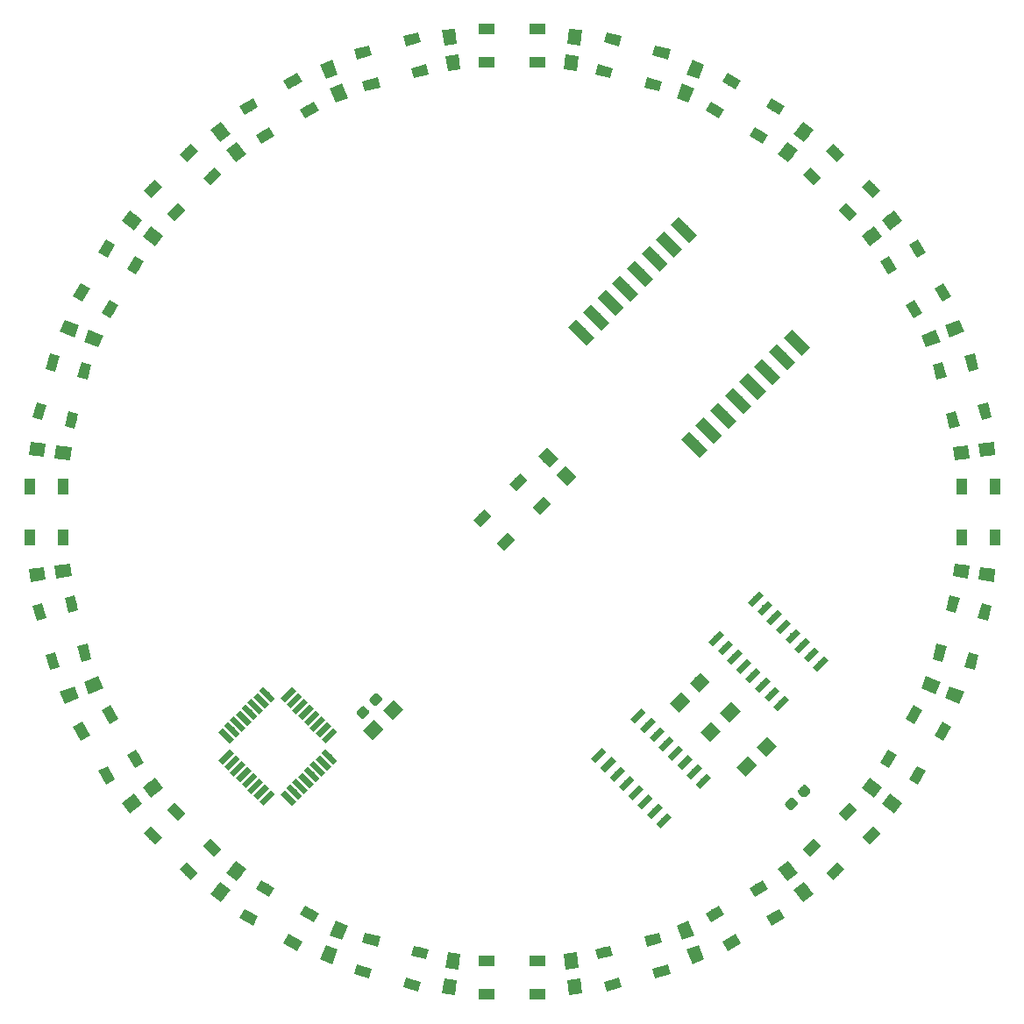
<source format=gtp>
G04 #@! TF.GenerationSoftware,KiCad,Pcbnew,(5.0.0)*
G04 #@! TF.CreationDate,2018-09-13T19:48:45+02:00*
G04 #@! TF.ProjectId,noname.kicad_pcb_45_grader,6E6F6E616D652E6B696361645F706362,rev?*
G04 #@! TF.SameCoordinates,PX5f5e100PY8f0d180*
G04 #@! TF.FileFunction,Paste,Top*
G04 #@! TF.FilePolarity,Positive*
%FSLAX46Y46*%
G04 Gerber Fmt 4.6, Leading zero omitted, Abs format (unit mm)*
G04 Created by KiCad (PCBNEW (5.0.0)) date 09/13/18 19:48:45*
%MOMM*%
%LPD*%
G01*
G04 APERTURE LIST*
%ADD10C,1.250000*%
%ADD11C,0.100000*%
%ADD12R,1.000000X1.500000*%
%ADD13R,1.500000X1.000000*%
%ADD14C,1.000000*%
%ADD15C,0.950000*%
%ADD16C,0.600000*%
%ADD17C,1.100000*%
%ADD18C,1.300000*%
%ADD19C,0.550000*%
G04 APERTURE END LIST*
D10*
G04 #@! TO.C,C16*
X79853312Y87236957D03*
D11*
G36*
X79892587Y86261466D02*
X78900895Y87022418D01*
X79814037Y88212448D01*
X80805729Y87451496D01*
X79892587Y86261466D01*
X79892587Y86261466D01*
G37*
D10*
X78331408Y85253573D03*
D11*
G36*
X78370683Y84278082D02*
X77378991Y85039034D01*
X78292133Y86229064D01*
X79283825Y85468112D01*
X78370683Y84278082D01*
X78370683Y84278082D01*
G37*
G04 #@! TD*
D10*
G04 #@! TO.C,C14*
X57734932Y96398689D03*
D11*
G36*
X58256690Y95573526D02*
X57017384Y95736684D01*
X57213174Y97223852D01*
X58452480Y97060694D01*
X58256690Y95573526D01*
X58256690Y95573526D01*
G37*
D10*
X57408616Y93920077D03*
D11*
G36*
X57930374Y93094914D02*
X56691068Y93258072D01*
X56886858Y94745240D01*
X58126164Y94582082D01*
X57930374Y93094914D01*
X57930374Y93094914D01*
G37*
G04 #@! TD*
D10*
G04 #@! TO.C,C32*
X5843773Y56581201D03*
D11*
G36*
X6668936Y57102959D02*
X6505778Y55863653D01*
X5018610Y56059443D01*
X5181768Y57298749D01*
X6668936Y57102959D01*
X6668936Y57102959D01*
G37*
D10*
X8322385Y56254885D03*
D11*
G36*
X9147548Y56776643D02*
X8984390Y55537337D01*
X7497222Y55733127D01*
X7660380Y56972433D01*
X9147548Y56776643D01*
X9147548Y56776643D01*
G37*
G04 #@! TD*
D10*
G04 #@! TO.C,C13*
X45661259Y96398689D03*
D11*
G36*
X46378807Y95736684D02*
X45139501Y95573526D01*
X44943711Y97060694D01*
X46183017Y97223852D01*
X46378807Y95736684D01*
X46378807Y95736684D01*
G37*
D10*
X45987575Y93920077D03*
D11*
G36*
X46705123Y93258072D02*
X45465817Y93094914D01*
X45270027Y94582082D01*
X46509333Y94745240D01*
X46705123Y93258072D01*
X46705123Y93258072D01*
G37*
G04 #@! TD*
D10*
G04 #@! TO.C,C35*
X23542880Y87236956D03*
D11*
G36*
X24495297Y87022417D02*
X23503605Y86261465D01*
X22590463Y87451495D01*
X23582155Y88212447D01*
X24495297Y87022417D01*
X24495297Y87022417D01*
G37*
D10*
X25064784Y85253572D03*
D11*
G36*
X26017201Y85039033D02*
X25025509Y84278081D01*
X24112367Y85468111D01*
X25104059Y86229063D01*
X26017201Y85039033D01*
X26017201Y85039033D01*
G37*
G04 #@! TD*
D10*
G04 #@! TO.C,C26*
X45661261Y4690041D03*
D11*
G36*
X45139503Y5515204D02*
X46378809Y5352046D01*
X46183019Y3864878D01*
X44943713Y4028036D01*
X45139503Y5515204D01*
X45139503Y5515204D01*
G37*
D10*
X45987577Y7168653D03*
D11*
G36*
X45465819Y7993816D02*
X46705125Y7830658D01*
X46509335Y6343490D01*
X45270029Y6506648D01*
X45465819Y7993816D01*
X45465819Y7993816D01*
G37*
G04 #@! TD*
D10*
G04 #@! TO.C,C23*
X79853313Y13851774D03*
D11*
G36*
X78900896Y14066313D02*
X79892588Y14827265D01*
X80805730Y13637235D01*
X79814038Y12876283D01*
X78900896Y14066313D01*
X78900896Y14066313D01*
G37*
D10*
X78331409Y15835158D03*
D11*
G36*
X77378992Y16049697D02*
X78370684Y16810649D01*
X79283826Y15620619D01*
X78292134Y14859667D01*
X77378992Y16049697D01*
X77378992Y16049697D01*
G37*
G04 #@! TD*
D10*
G04 #@! TO.C,C12*
X33998988Y93273792D03*
D11*
G36*
X34863425Y92820059D02*
X33708576Y92341705D01*
X33134551Y93727525D01*
X34289400Y94205879D01*
X34863425Y92820059D01*
X34863425Y92820059D01*
G37*
D10*
X34955696Y90964094D03*
D11*
G36*
X35820133Y90510361D02*
X34665284Y90032007D01*
X34091259Y91417827D01*
X35246108Y91896181D01*
X35820133Y90510361D01*
X35820133Y90510361D01*
G37*
G04 #@! TD*
D10*
G04 #@! TO.C,C34*
X15005505Y78699581D03*
D11*
G36*
X15980996Y78738856D02*
X15220044Y77747164D01*
X14030014Y78660306D01*
X14790966Y79651998D01*
X15980996Y78738856D01*
X15980996Y78738856D01*
G37*
D10*
X16988889Y77177677D03*
D11*
G36*
X17964380Y77216952D02*
X17203428Y76225260D01*
X16013398Y77138402D01*
X16774350Y78130094D01*
X17964380Y77216952D01*
X17964380Y77216952D01*
G37*
G04 #@! TD*
D10*
G04 #@! TO.C,C33*
X8968669Y68243472D03*
D11*
G36*
X9900756Y68533884D02*
X9422402Y67379035D01*
X8036582Y67953060D01*
X8514936Y69107909D01*
X9900756Y68533884D01*
X9900756Y68533884D01*
G37*
D10*
X11278367Y67286764D03*
D11*
G36*
X12210454Y67577176D02*
X11732100Y66422327D01*
X10346280Y66996352D01*
X10824634Y68151201D01*
X12210454Y67577176D01*
X12210454Y67577176D01*
G37*
G04 #@! TD*
D10*
G04 #@! TO.C,C27*
X33998989Y7814937D03*
D11*
G36*
X33708577Y8747024D02*
X34863426Y8268670D01*
X34289401Y6882850D01*
X33134552Y7361204D01*
X33708577Y8747024D01*
X33708577Y8747024D01*
G37*
D10*
X34955697Y10124635D03*
D11*
G36*
X34665285Y11056722D02*
X35820134Y10578368D01*
X35246109Y9192548D01*
X34091260Y9670902D01*
X34665285Y11056722D01*
X34665285Y11056722D01*
G37*
G04 #@! TD*
D10*
G04 #@! TO.C,C29*
X15005505Y22389149D03*
D11*
G36*
X15220044Y23341566D02*
X15980996Y22349874D01*
X14790966Y21436732D01*
X14030014Y22428424D01*
X15220044Y23341566D01*
X15220044Y23341566D01*
G37*
D10*
X16988889Y23911053D03*
D11*
G36*
X17203428Y24863470D02*
X17964380Y23871778D01*
X16774350Y22958636D01*
X16013398Y23950328D01*
X17203428Y24863470D01*
X17203428Y24863470D01*
G37*
G04 #@! TD*
D10*
G04 #@! TO.C,C24*
X69397205Y7814938D03*
D11*
G36*
X68532768Y8268671D02*
X69687617Y8747025D01*
X70261642Y7361205D01*
X69106793Y6882851D01*
X68532768Y8268671D01*
X68532768Y8268671D01*
G37*
D10*
X68440497Y10124636D03*
D11*
G36*
X67576060Y10578369D02*
X68730909Y11056723D01*
X69304934Y9670903D01*
X68150085Y9192549D01*
X67576060Y10578369D01*
X67576060Y10578369D01*
G37*
G04 #@! TD*
D10*
G04 #@! TO.C,C28*
X23542881Y13851773D03*
D11*
G36*
X23503606Y14827264D02*
X24495298Y14066312D01*
X23582156Y12876282D01*
X22590464Y13637234D01*
X23503606Y14827264D01*
X23503606Y14827264D01*
G37*
D10*
X25064785Y15835157D03*
D11*
G36*
X25025510Y16810648D02*
X26017202Y16049696D01*
X25104060Y14859666D01*
X24112368Y15620618D01*
X25025510Y16810648D01*
X25025510Y16810648D01*
G37*
G04 #@! TD*
D10*
G04 #@! TO.C,C15*
X69397204Y93273793D03*
D11*
G36*
X69687616Y92341706D02*
X68532767Y92820060D01*
X69106792Y94205880D01*
X70261641Y93727526D01*
X69687616Y92341706D01*
X69687616Y92341706D01*
G37*
D10*
X68440496Y90964095D03*
D11*
G36*
X68730908Y90032008D02*
X67576059Y90510362D01*
X68150084Y91896182D01*
X69304933Y91417828D01*
X68730908Y90032008D01*
X68730908Y90032008D01*
G37*
G04 #@! TD*
D10*
G04 #@! TO.C,C30*
X8968670Y32845257D03*
D11*
G36*
X9422403Y33709694D02*
X9900757Y32554845D01*
X8514937Y31980820D01*
X8036583Y33135669D01*
X9422403Y33709694D01*
X9422403Y33709694D01*
G37*
D10*
X11278368Y33801965D03*
D11*
G36*
X11732101Y34666402D02*
X12210455Y33511553D01*
X10824635Y32937528D01*
X10346281Y34092377D01*
X11732101Y34666402D01*
X11732101Y34666402D01*
G37*
G04 #@! TD*
D10*
G04 #@! TO.C,C25*
X57734934Y4690041D03*
D11*
G36*
X57017386Y5352046D02*
X58256692Y5515204D01*
X58452482Y4028036D01*
X57213176Y3864878D01*
X57017386Y5352046D01*
X57017386Y5352046D01*
G37*
D10*
X57408618Y7168653D03*
D11*
G36*
X56691070Y7830658D02*
X57930376Y7993816D01*
X58126166Y6506648D01*
X56886860Y6343490D01*
X56691070Y7830658D01*
X56691070Y7830658D01*
G37*
G04 #@! TD*
D10*
G04 #@! TO.C,C31*
X5843773Y44507528D03*
D11*
G36*
X6505778Y45225076D02*
X6668936Y43985770D01*
X5181768Y43789980D01*
X5018610Y45029286D01*
X6505778Y45225076D01*
X6505778Y45225076D01*
G37*
D10*
X8322385Y44833844D03*
D11*
G36*
X8984390Y45551392D02*
X9147548Y44312086D01*
X7660380Y44116296D01*
X7497222Y45355602D01*
X8984390Y45551392D01*
X8984390Y45551392D01*
G37*
G04 #@! TD*
D12*
G04 #@! TO.C,D21*
X8298097Y52994365D03*
X5098097Y52994365D03*
X8298097Y48094365D03*
X5098097Y48094365D03*
G04 #@! TD*
D13*
G04 #@! TO.C,D3*
X54148097Y93944365D03*
X54148097Y97144365D03*
X49248097Y93944365D03*
X49248097Y97144365D03*
G04 #@! TD*
D14*
G04 #@! TO.C,D25*
X48834315Y49943324D03*
D11*
G36*
X48657538Y49059441D02*
X47950432Y49766547D01*
X49011092Y50827207D01*
X49718198Y50120101D01*
X48657538Y49059441D01*
X48657538Y49059441D01*
G37*
D14*
X51097056Y47680583D03*
D11*
G36*
X50920279Y46796700D02*
X50213173Y47503806D01*
X51273833Y48564466D01*
X51980939Y47857360D01*
X50920279Y46796700D01*
X50920279Y46796700D01*
G37*
D14*
X52299138Y53408147D03*
D11*
G36*
X52122361Y52524264D02*
X51415255Y53231370D01*
X52475915Y54292030D01*
X53183021Y53584924D01*
X52122361Y52524264D01*
X52122361Y52524264D01*
G37*
D14*
X54561879Y51145406D03*
D11*
G36*
X54385102Y50261523D02*
X53677996Y50968629D01*
X54738656Y52029289D01*
X55445762Y51322183D01*
X54385102Y50261523D01*
X54385102Y50261523D01*
G37*
G04 #@! TD*
D14*
G04 #@! TO.C,D24*
X22742073Y82965211D03*
D11*
G36*
X22918850Y83849094D02*
X23625956Y83141988D01*
X22565296Y82081328D01*
X21858190Y82788434D01*
X22918850Y83849094D01*
X22918850Y83849094D01*
G37*
D14*
X20479332Y85227952D03*
D11*
G36*
X20656109Y86111835D02*
X21363215Y85404729D01*
X20302555Y84344069D01*
X19595449Y85051175D01*
X20656109Y86111835D01*
X20656109Y86111835D01*
G37*
D14*
X19277250Y79500388D03*
D11*
G36*
X19454027Y80384271D02*
X20161133Y79677165D01*
X19100473Y78616505D01*
X18393367Y79323611D01*
X19454027Y80384271D01*
X19454027Y80384271D01*
G37*
D14*
X17014509Y81763129D03*
D11*
G36*
X17191286Y82647012D02*
X17898392Y81939906D01*
X16837732Y80879246D01*
X16130626Y81586352D01*
X17191286Y82647012D01*
X17191286Y82647012D01*
G37*
G04 #@! TD*
D10*
G04 #@! TO.C,C21*
X94427524Y32845258D03*
D11*
G36*
X93495437Y32554846D02*
X93973791Y33709695D01*
X95359611Y33135670D01*
X94881257Y31980821D01*
X93495437Y32554846D01*
X93495437Y32554846D01*
G37*
D10*
X92117826Y33801966D03*
D11*
G36*
X91185739Y33511554D02*
X91664093Y34666403D01*
X93049913Y34092378D01*
X92571559Y32937529D01*
X91185739Y33511554D01*
X91185739Y33511554D01*
G37*
G04 #@! TD*
D14*
G04 #@! TO.C,D2*
X42831869Y93099652D03*
D11*
G36*
X43426904Y93776729D02*
X43685723Y92810803D01*
X42236834Y92422575D01*
X41978015Y93388501D01*
X43426904Y93776729D01*
X43426904Y93776729D01*
G37*
D14*
X42003648Y96190615D03*
D11*
G36*
X42598683Y96867692D02*
X42857502Y95901766D01*
X41408613Y95513538D01*
X41149794Y96479464D01*
X42598683Y96867692D01*
X42598683Y96867692D01*
G37*
D14*
X38098832Y91831439D03*
D11*
G36*
X38693867Y92508516D02*
X38952686Y91542590D01*
X37503797Y91154362D01*
X37244978Y92120288D01*
X38693867Y92508516D01*
X38693867Y92508516D01*
G37*
D14*
X37270611Y94922402D03*
D11*
G36*
X37865646Y95599479D02*
X38124465Y94633553D01*
X36675576Y94245325D01*
X36416757Y95211251D01*
X37865646Y95599479D01*
X37865646Y95599479D01*
G37*
G04 #@! TD*
D14*
G04 #@! TO.C,D1*
X32119859Y89354867D03*
D11*
G36*
X32519378Y90162880D02*
X33019378Y89296854D01*
X31720340Y88546854D01*
X31220340Y89412880D01*
X32519378Y90162880D01*
X32519378Y90162880D01*
G37*
D14*
X30519859Y92126149D03*
D11*
G36*
X30919378Y92934162D02*
X31419378Y92068136D01*
X30120340Y91318136D01*
X29620340Y92184162D01*
X30919378Y92934162D01*
X30919378Y92934162D01*
G37*
D14*
X27876335Y86904867D03*
D11*
G36*
X28275854Y87712880D02*
X28775854Y86846854D01*
X27476816Y86096854D01*
X26976816Y86962880D01*
X28275854Y87712880D01*
X28275854Y87712880D01*
G37*
D14*
X26276335Y89676149D03*
D11*
G36*
X26675854Y90484162D02*
X27175854Y89618136D01*
X25876816Y88868136D01*
X25376816Y89734162D01*
X26675854Y90484162D01*
X26675854Y90484162D01*
G37*
G04 #@! TD*
D14*
G04 #@! TO.C,D4*
X65297361Y91831439D03*
D11*
G36*
X66151215Y92120288D02*
X65892396Y91154362D01*
X64443507Y91542590D01*
X64702326Y92508516D01*
X66151215Y92120288D01*
X66151215Y92120288D01*
G37*
D14*
X66125582Y94922402D03*
D11*
G36*
X66979436Y95211251D02*
X66720617Y94245325D01*
X65271728Y94633553D01*
X65530547Y95599479D01*
X66979436Y95211251D01*
X66979436Y95211251D01*
G37*
D14*
X60564324Y93099652D03*
D11*
G36*
X61418178Y93388501D02*
X61159359Y92422575D01*
X59710470Y92810803D01*
X59969289Y93776729D01*
X61418178Y93388501D01*
X61418178Y93388501D01*
G37*
D14*
X61392545Y96190615D03*
D11*
G36*
X62246399Y96479464D02*
X61987580Y95513538D01*
X60538691Y95901766D01*
X60797510Y96867692D01*
X62246399Y96479464D01*
X62246399Y96479464D01*
G37*
G04 #@! TD*
D10*
G04 #@! TO.C,C20*
X97552420Y44507529D03*
D11*
G36*
X96727257Y43985771D02*
X96890415Y45225077D01*
X98377583Y45029287D01*
X98214425Y43789981D01*
X96727257Y43985771D01*
X96727257Y43985771D01*
G37*
D10*
X95073808Y44833845D03*
D11*
G36*
X94248645Y44312087D02*
X94411803Y45551393D01*
X95898971Y45355603D01*
X95735813Y44116297D01*
X94248645Y44312087D01*
X94248645Y44312087D01*
G37*
G04 #@! TD*
D14*
G04 #@! TO.C,D19*
X12887595Y30966127D03*
D11*
G36*
X12079582Y31365646D02*
X12945608Y31865646D01*
X13695608Y30566608D01*
X12829582Y30066608D01*
X12079582Y31365646D01*
X12079582Y31365646D01*
G37*
D14*
X10116313Y29366127D03*
D11*
G36*
X9308300Y29765646D02*
X10174326Y30265646D01*
X10924326Y28966608D01*
X10058300Y28466608D01*
X9308300Y29765646D01*
X9308300Y29765646D01*
G37*
D14*
X15337595Y26722603D03*
D11*
G36*
X14529582Y27122122D02*
X15395608Y27622122D01*
X16145608Y26323084D01*
X15279582Y25823084D01*
X14529582Y27122122D01*
X14529582Y27122122D01*
G37*
D14*
X12566313Y25122603D03*
D11*
G36*
X11758300Y25522122D02*
X12624326Y26022122D01*
X13374326Y24723084D01*
X12508300Y24223084D01*
X11758300Y25522122D01*
X11758300Y25522122D01*
G37*
G04 #@! TD*
D14*
G04 #@! TO.C,D22*
X10411022Y64143630D03*
D11*
G36*
X10122173Y64997484D02*
X11088099Y64738665D01*
X10699871Y63289776D01*
X9733945Y63548595D01*
X10122173Y64997484D01*
X10122173Y64997484D01*
G37*
D14*
X7320059Y64971851D03*
D11*
G36*
X7031210Y65825705D02*
X7997136Y65566886D01*
X7608908Y64117997D01*
X6642982Y64376816D01*
X7031210Y65825705D01*
X7031210Y65825705D01*
G37*
D14*
X9142809Y59410593D03*
D11*
G36*
X8853960Y60264447D02*
X9819886Y60005628D01*
X9431658Y58556739D01*
X8465732Y58815558D01*
X8853960Y60264447D01*
X8853960Y60264447D01*
G37*
D14*
X6051846Y60238814D03*
D11*
G36*
X5762997Y61092668D02*
X6728923Y60833849D01*
X6340695Y59384960D01*
X5374769Y59643779D01*
X5762997Y61092668D01*
X5762997Y61092668D01*
G37*
G04 #@! TD*
D10*
G04 #@! TO.C,C19*
X97552420Y56581202D03*
D11*
G36*
X96890415Y55863654D02*
X96727257Y57102960D01*
X98214425Y57298750D01*
X98377583Y56059444D01*
X96890415Y55863654D01*
X96890415Y55863654D01*
G37*
D10*
X95073808Y56254886D03*
D11*
G36*
X94411803Y55537338D02*
X94248645Y56776644D01*
X95735813Y56972434D01*
X95898971Y55733128D01*
X94411803Y55537338D01*
X94411803Y55537338D01*
G37*
G04 #@! TD*
D10*
G04 #@! TO.C,C22*
X88390689Y22389150D03*
D11*
G36*
X87415198Y22349875D02*
X88176150Y23341567D01*
X89366180Y22428425D01*
X88605228Y21436733D01*
X87415198Y22349875D01*
X87415198Y22349875D01*
G37*
D10*
X86407305Y23911054D03*
D11*
G36*
X85431814Y23871779D02*
X86192766Y24863471D01*
X87382796Y23950329D01*
X86621844Y22958637D01*
X85431814Y23871779D01*
X85431814Y23871779D01*
G37*
G04 #@! TD*
D10*
G04 #@! TO.C,C18*
X94427523Y68243473D03*
D11*
G36*
X93973790Y67379036D02*
X93495436Y68533885D01*
X94881256Y69107910D01*
X95359610Y67953061D01*
X93973790Y67379036D01*
X93973790Y67379036D01*
G37*
D10*
X92117825Y67286765D03*
D11*
G36*
X91664092Y66422328D02*
X91185738Y67577177D01*
X92571558Y68151202D01*
X93049912Y66996353D01*
X91664092Y66422328D01*
X91664092Y66422328D01*
G37*
G04 #@! TD*
D14*
G04 #@! TO.C,D5*
X75519858Y86904867D03*
D11*
G36*
X76419377Y86962880D02*
X75919377Y86096854D01*
X74620339Y86846854D01*
X75120339Y87712880D01*
X76419377Y86962880D01*
X76419377Y86962880D01*
G37*
D14*
X77119858Y89676149D03*
D11*
G36*
X78019377Y89734162D02*
X77519377Y88868136D01*
X76220339Y89618136D01*
X76720339Y90484162D01*
X78019377Y89734162D01*
X78019377Y89734162D01*
G37*
D14*
X71276334Y89354867D03*
D11*
G36*
X72175853Y89412880D02*
X71675853Y88546854D01*
X70376815Y89296854D01*
X70876815Y90162880D01*
X72175853Y89412880D01*
X72175853Y89412880D01*
G37*
D14*
X72876334Y92126149D03*
D11*
G36*
X73775853Y92184162D02*
X73275853Y91318136D01*
X71976815Y92068136D01*
X72476815Y92934162D01*
X73775853Y92184162D01*
X73775853Y92184162D01*
G37*
G04 #@! TD*
D14*
G04 #@! TO.C,D20*
X9142809Y41678137D03*
D11*
G36*
X8465732Y42273172D02*
X9431658Y42531991D01*
X9819886Y41083102D01*
X8853960Y40824283D01*
X8465732Y42273172D01*
X8465732Y42273172D01*
G37*
D14*
X6051846Y40849916D03*
D11*
G36*
X5374769Y41444951D02*
X6340695Y41703770D01*
X6728923Y40254881D01*
X5762997Y39996062D01*
X5374769Y41444951D01*
X5374769Y41444951D01*
G37*
D14*
X10411022Y36945100D03*
D11*
G36*
X9733945Y37540135D02*
X10699871Y37798954D01*
X11088099Y36350065D01*
X10122173Y36091246D01*
X9733945Y37540135D01*
X9733945Y37540135D01*
G37*
D14*
X7320059Y36116879D03*
D11*
G36*
X6642982Y36711914D02*
X7608908Y36970733D01*
X7997136Y35521844D01*
X7031210Y35263025D01*
X6642982Y36711914D01*
X6642982Y36711914D01*
G37*
G04 #@! TD*
D14*
G04 #@! TO.C,D6*
X84118943Y79500388D03*
D11*
G36*
X85002826Y79323611D02*
X84295720Y78616505D01*
X83235060Y79677165D01*
X83942166Y80384271D01*
X85002826Y79323611D01*
X85002826Y79323611D01*
G37*
D14*
X86381684Y81763129D03*
D11*
G36*
X87265567Y81586352D02*
X86558461Y80879246D01*
X85497801Y81939906D01*
X86204907Y82647012D01*
X87265567Y81586352D01*
X87265567Y81586352D01*
G37*
D14*
X80654120Y82965211D03*
D11*
G36*
X81538003Y82788434D02*
X80830897Y82081328D01*
X79770237Y83141988D01*
X80477343Y83849094D01*
X81538003Y82788434D01*
X81538003Y82788434D01*
G37*
D14*
X82916861Y85227952D03*
D11*
G36*
X83800744Y85051175D02*
X83093638Y84344069D01*
X82032978Y85404729D01*
X82740084Y86111835D01*
X83800744Y85051175D01*
X83800744Y85051175D01*
G37*
G04 #@! TD*
D14*
G04 #@! TO.C,D23*
X15337595Y74366127D03*
D11*
G36*
X15279582Y75265646D02*
X16145608Y74765646D01*
X15395608Y73466608D01*
X14529582Y73966608D01*
X15279582Y75265646D01*
X15279582Y75265646D01*
G37*
D14*
X12566313Y75966127D03*
D11*
G36*
X12508300Y76865646D02*
X13374326Y76365646D01*
X12624326Y75066608D01*
X11758300Y75566608D01*
X12508300Y76865646D01*
X12508300Y76865646D01*
G37*
D14*
X12887595Y70122603D03*
D11*
G36*
X12829582Y71022122D02*
X13695608Y70522122D01*
X12945608Y69223084D01*
X12079582Y69723084D01*
X12829582Y71022122D01*
X12829582Y71022122D01*
G37*
D14*
X10116313Y71722603D03*
D11*
G36*
X10058300Y72622122D02*
X10924326Y72122122D01*
X10174326Y70823084D01*
X9308300Y71323084D01*
X10058300Y72622122D01*
X10058300Y72622122D01*
G37*
G04 #@! TD*
G04 #@! TO.C,D27*
G36*
X38586866Y33032340D02*
X38609921Y33028921D01*
X38632530Y33023257D01*
X38654474Y33015405D01*
X38675544Y33005440D01*
X38695535Y32993458D01*
X38714255Y32979574D01*
X38731525Y32963922D01*
X39067401Y32628046D01*
X39083053Y32610776D01*
X39096937Y32592056D01*
X39108919Y32572065D01*
X39118884Y32550995D01*
X39126736Y32529051D01*
X39132400Y32506442D01*
X39135819Y32483387D01*
X39136963Y32460108D01*
X39135819Y32436829D01*
X39132400Y32413774D01*
X39126736Y32391165D01*
X39118884Y32369221D01*
X39108919Y32348151D01*
X39096937Y32328160D01*
X39083053Y32309440D01*
X39067401Y32292170D01*
X38660815Y31885584D01*
X38643545Y31869932D01*
X38624825Y31856048D01*
X38604834Y31844066D01*
X38583764Y31834101D01*
X38561820Y31826249D01*
X38539211Y31820585D01*
X38516156Y31817166D01*
X38492877Y31816022D01*
X38469598Y31817166D01*
X38446543Y31820585D01*
X38423934Y31826249D01*
X38401990Y31834101D01*
X38380920Y31844066D01*
X38360929Y31856048D01*
X38342209Y31869932D01*
X38324939Y31885584D01*
X37989063Y32221460D01*
X37973411Y32238730D01*
X37959527Y32257450D01*
X37947545Y32277441D01*
X37937580Y32298511D01*
X37929728Y32320455D01*
X37924064Y32343064D01*
X37920645Y32366119D01*
X37919501Y32389398D01*
X37920645Y32412677D01*
X37924064Y32435732D01*
X37929728Y32458341D01*
X37937580Y32480285D01*
X37947545Y32501355D01*
X37959527Y32521346D01*
X37973411Y32540066D01*
X37989063Y32557336D01*
X38395649Y32963922D01*
X38412919Y32979574D01*
X38431639Y32993458D01*
X38451630Y33005440D01*
X38472700Y33015405D01*
X38494644Y33023257D01*
X38517253Y33028921D01*
X38540308Y33032340D01*
X38563587Y33033484D01*
X38586866Y33032340D01*
X38586866Y33032340D01*
G37*
D15*
X38528232Y32424753D03*
D11*
G36*
X37349430Y31794904D02*
X37372485Y31791485D01*
X37395094Y31785821D01*
X37417038Y31777969D01*
X37438108Y31768004D01*
X37458099Y31756022D01*
X37476819Y31742138D01*
X37494089Y31726486D01*
X37829965Y31390610D01*
X37845617Y31373340D01*
X37859501Y31354620D01*
X37871483Y31334629D01*
X37881448Y31313559D01*
X37889300Y31291615D01*
X37894964Y31269006D01*
X37898383Y31245951D01*
X37899527Y31222672D01*
X37898383Y31199393D01*
X37894964Y31176338D01*
X37889300Y31153729D01*
X37881448Y31131785D01*
X37871483Y31110715D01*
X37859501Y31090724D01*
X37845617Y31072004D01*
X37829965Y31054734D01*
X37423379Y30648148D01*
X37406109Y30632496D01*
X37387389Y30618612D01*
X37367398Y30606630D01*
X37346328Y30596665D01*
X37324384Y30588813D01*
X37301775Y30583149D01*
X37278720Y30579730D01*
X37255441Y30578586D01*
X37232162Y30579730D01*
X37209107Y30583149D01*
X37186498Y30588813D01*
X37164554Y30596665D01*
X37143484Y30606630D01*
X37123493Y30618612D01*
X37104773Y30632496D01*
X37087503Y30648148D01*
X36751627Y30984024D01*
X36735975Y31001294D01*
X36722091Y31020014D01*
X36710109Y31040005D01*
X36700144Y31061075D01*
X36692292Y31083019D01*
X36686628Y31105628D01*
X36683209Y31128683D01*
X36682065Y31151962D01*
X36683209Y31175241D01*
X36686628Y31198296D01*
X36692292Y31220905D01*
X36700144Y31242849D01*
X36710109Y31263919D01*
X36722091Y31283910D01*
X36735975Y31302630D01*
X36751627Y31319900D01*
X37158213Y31726486D01*
X37175483Y31742138D01*
X37194203Y31756022D01*
X37214194Y31768004D01*
X37235264Y31777969D01*
X37257208Y31785821D01*
X37279817Y31791485D01*
X37302872Y31794904D01*
X37326151Y31796048D01*
X37349430Y31794904D01*
X37349430Y31794904D01*
G37*
D15*
X37290796Y31187317D03*
G04 #@! TD*
D16*
G04 #@! TO.C,U3*
X60080847Y27029529D03*
D11*
G36*
X59762649Y26287067D02*
X59338385Y26711331D01*
X60399045Y27771991D01*
X60823309Y27347727D01*
X59762649Y26287067D01*
X59762649Y26287067D01*
G37*
D16*
X60978873Y26131504D03*
D11*
G36*
X60660675Y25389042D02*
X60236411Y25813306D01*
X61297071Y26873966D01*
X61721335Y26449702D01*
X60660675Y25389042D01*
X60660675Y25389042D01*
G37*
D16*
X61876898Y25233478D03*
D11*
G36*
X61558700Y24491016D02*
X61134436Y24915280D01*
X62195096Y25975940D01*
X62619360Y25551676D01*
X61558700Y24491016D01*
X61558700Y24491016D01*
G37*
D16*
X62774924Y24335452D03*
D11*
G36*
X62456726Y23592990D02*
X62032462Y24017254D01*
X63093122Y25077914D01*
X63517386Y24653650D01*
X62456726Y23592990D01*
X62456726Y23592990D01*
G37*
D16*
X63672949Y23437427D03*
D11*
G36*
X63354751Y22694965D02*
X62930487Y23119229D01*
X63991147Y24179889D01*
X64415411Y23755625D01*
X63354751Y22694965D01*
X63354751Y22694965D01*
G37*
D16*
X64570975Y22539401D03*
D11*
G36*
X64252777Y21796939D02*
X63828513Y22221203D01*
X64889173Y23281863D01*
X65313437Y22857599D01*
X64252777Y21796939D01*
X64252777Y21796939D01*
G37*
D16*
X65469001Y21641376D03*
D11*
G36*
X65150803Y20898914D02*
X64726539Y21323178D01*
X65787199Y22383838D01*
X66211463Y21959574D01*
X65150803Y20898914D01*
X65150803Y20898914D01*
G37*
D16*
X66367026Y20743350D03*
D11*
G36*
X66048828Y20000888D02*
X65624564Y20425152D01*
X66685224Y21485812D01*
X67109488Y21061548D01*
X66048828Y20000888D01*
X66048828Y20000888D01*
G37*
D16*
X70185403Y24561727D03*
D11*
G36*
X69867205Y23819265D02*
X69442941Y24243529D01*
X70503601Y25304189D01*
X70927865Y24879925D01*
X69867205Y23819265D01*
X69867205Y23819265D01*
G37*
D16*
X69287377Y25459752D03*
D11*
G36*
X68969179Y24717290D02*
X68544915Y25141554D01*
X69605575Y26202214D01*
X70029839Y25777950D01*
X68969179Y24717290D01*
X68969179Y24717290D01*
G37*
D16*
X68389352Y26357778D03*
D11*
G36*
X68071154Y25615316D02*
X67646890Y26039580D01*
X68707550Y27100240D01*
X69131814Y26675976D01*
X68071154Y25615316D01*
X68071154Y25615316D01*
G37*
D16*
X67491326Y27255804D03*
D11*
G36*
X67173128Y26513342D02*
X66748864Y26937606D01*
X67809524Y27998266D01*
X68233788Y27574002D01*
X67173128Y26513342D01*
X67173128Y26513342D01*
G37*
D16*
X66593301Y28153829D03*
D11*
G36*
X66275103Y27411367D02*
X65850839Y27835631D01*
X66911499Y28896291D01*
X67335763Y28472027D01*
X66275103Y27411367D01*
X66275103Y27411367D01*
G37*
D16*
X65695275Y29051855D03*
D11*
G36*
X65377077Y28309393D02*
X64952813Y28733657D01*
X66013473Y29794317D01*
X66437737Y29370053D01*
X65377077Y28309393D01*
X65377077Y28309393D01*
G37*
D16*
X64797249Y29949880D03*
D11*
G36*
X64479051Y29207418D02*
X64054787Y29631682D01*
X65115447Y30692342D01*
X65539711Y30268078D01*
X64479051Y29207418D01*
X64479051Y29207418D01*
G37*
D16*
X63899224Y30847906D03*
D11*
G36*
X63581026Y30105444D02*
X63156762Y30529708D01*
X64217422Y31590368D01*
X64641686Y31166104D01*
X63581026Y30105444D01*
X63581026Y30105444D01*
G37*
G04 #@! TD*
G04 #@! TO.C,D28*
G36*
X79952613Y24193506D02*
X79975668Y24190087D01*
X79998277Y24184423D01*
X80020221Y24176571D01*
X80041291Y24166606D01*
X80061282Y24154624D01*
X80080002Y24140740D01*
X80097272Y24125088D01*
X80433148Y23789212D01*
X80448800Y23771942D01*
X80462684Y23753222D01*
X80474666Y23733231D01*
X80484631Y23712161D01*
X80492483Y23690217D01*
X80498147Y23667608D01*
X80501566Y23644553D01*
X80502710Y23621274D01*
X80501566Y23597995D01*
X80498147Y23574940D01*
X80492483Y23552331D01*
X80484631Y23530387D01*
X80474666Y23509317D01*
X80462684Y23489326D01*
X80448800Y23470606D01*
X80433148Y23453336D01*
X80026562Y23046750D01*
X80009292Y23031098D01*
X79990572Y23017214D01*
X79970581Y23005232D01*
X79949511Y22995267D01*
X79927567Y22987415D01*
X79904958Y22981751D01*
X79881903Y22978332D01*
X79858624Y22977188D01*
X79835345Y22978332D01*
X79812290Y22981751D01*
X79789681Y22987415D01*
X79767737Y22995267D01*
X79746667Y23005232D01*
X79726676Y23017214D01*
X79707956Y23031098D01*
X79690686Y23046750D01*
X79354810Y23382626D01*
X79339158Y23399896D01*
X79325274Y23418616D01*
X79313292Y23438607D01*
X79303327Y23459677D01*
X79295475Y23481621D01*
X79289811Y23504230D01*
X79286392Y23527285D01*
X79285248Y23550564D01*
X79286392Y23573843D01*
X79289811Y23596898D01*
X79295475Y23619507D01*
X79303327Y23641451D01*
X79313292Y23662521D01*
X79325274Y23682512D01*
X79339158Y23701232D01*
X79354810Y23718502D01*
X79761396Y24125088D01*
X79778666Y24140740D01*
X79797386Y24154624D01*
X79817377Y24166606D01*
X79838447Y24176571D01*
X79860391Y24184423D01*
X79883000Y24190087D01*
X79906055Y24193506D01*
X79929334Y24194650D01*
X79952613Y24193506D01*
X79952613Y24193506D01*
G37*
D15*
X79893979Y23585919D03*
D11*
G36*
X78715177Y22956070D02*
X78738232Y22952651D01*
X78760841Y22946987D01*
X78782785Y22939135D01*
X78803855Y22929170D01*
X78823846Y22917188D01*
X78842566Y22903304D01*
X78859836Y22887652D01*
X79195712Y22551776D01*
X79211364Y22534506D01*
X79225248Y22515786D01*
X79237230Y22495795D01*
X79247195Y22474725D01*
X79255047Y22452781D01*
X79260711Y22430172D01*
X79264130Y22407117D01*
X79265274Y22383838D01*
X79264130Y22360559D01*
X79260711Y22337504D01*
X79255047Y22314895D01*
X79247195Y22292951D01*
X79237230Y22271881D01*
X79225248Y22251890D01*
X79211364Y22233170D01*
X79195712Y22215900D01*
X78789126Y21809314D01*
X78771856Y21793662D01*
X78753136Y21779778D01*
X78733145Y21767796D01*
X78712075Y21757831D01*
X78690131Y21749979D01*
X78667522Y21744315D01*
X78644467Y21740896D01*
X78621188Y21739752D01*
X78597909Y21740896D01*
X78574854Y21744315D01*
X78552245Y21749979D01*
X78530301Y21757831D01*
X78509231Y21767796D01*
X78489240Y21779778D01*
X78470520Y21793662D01*
X78453250Y21809314D01*
X78117374Y22145190D01*
X78101722Y22162460D01*
X78087838Y22181180D01*
X78075856Y22201171D01*
X78065891Y22222241D01*
X78058039Y22244185D01*
X78052375Y22266794D01*
X78048956Y22289849D01*
X78047812Y22313128D01*
X78048956Y22336407D01*
X78052375Y22359462D01*
X78058039Y22382071D01*
X78065891Y22404015D01*
X78075856Y22425085D01*
X78087838Y22445076D01*
X78101722Y22463796D01*
X78117374Y22481066D01*
X78523960Y22887652D01*
X78541230Y22903304D01*
X78559950Y22917188D01*
X78579941Y22929170D01*
X78601011Y22939135D01*
X78622955Y22946987D01*
X78645564Y22952651D01*
X78668619Y22956070D01*
X78691898Y22957214D01*
X78715177Y22956070D01*
X78715177Y22956070D01*
G37*
D15*
X78656543Y22348483D03*
G04 #@! TD*
D17*
G04 #@! TO.C,U1*
X68279750Y77803332D03*
D11*
G36*
X67006958Y78298307D02*
X67784775Y79076124D01*
X69552542Y77308357D01*
X68774725Y76530540D01*
X67006958Y78298307D01*
X67006958Y78298307D01*
G37*
D17*
X66865536Y76389118D03*
D11*
G36*
X65592744Y76884093D02*
X66370561Y77661910D01*
X68138328Y75894143D01*
X67360511Y75116326D01*
X65592744Y76884093D01*
X65592744Y76884093D01*
G37*
D17*
X65451323Y74974905D03*
D11*
G36*
X64178531Y75469880D02*
X64956348Y76247697D01*
X66724115Y74479930D01*
X65946298Y73702113D01*
X64178531Y75469880D01*
X64178531Y75469880D01*
G37*
D17*
X64037109Y73560691D03*
D11*
G36*
X62764317Y74055666D02*
X63542134Y74833483D01*
X65309901Y73065716D01*
X64532084Y72287899D01*
X62764317Y74055666D01*
X62764317Y74055666D01*
G37*
D17*
X62622896Y72146478D03*
D11*
G36*
X61350104Y72641453D02*
X62127921Y73419270D01*
X63895688Y71651503D01*
X63117871Y70873686D01*
X61350104Y72641453D01*
X61350104Y72641453D01*
G37*
D17*
X61208682Y70732264D03*
D11*
G36*
X59935890Y71227239D02*
X60713707Y72005056D01*
X62481474Y70237289D01*
X61703657Y69459472D01*
X59935890Y71227239D01*
X59935890Y71227239D01*
G37*
D17*
X59794469Y69318051D03*
D11*
G36*
X58521677Y69813026D02*
X59299494Y70590843D01*
X61067261Y68823076D01*
X60289444Y68045259D01*
X58521677Y69813026D01*
X58521677Y69813026D01*
G37*
D17*
X58380255Y67903837D03*
D11*
G36*
X57107463Y68398812D02*
X57885280Y69176629D01*
X59653047Y67408862D01*
X58875230Y66631045D01*
X57107463Y68398812D01*
X57107463Y68398812D01*
G37*
D17*
X69269700Y57014392D03*
D11*
G36*
X67996908Y57509367D02*
X68774725Y58287184D01*
X70542492Y56519417D01*
X69764675Y55741600D01*
X67996908Y57509367D01*
X67996908Y57509367D01*
G37*
D17*
X70683914Y58428606D03*
D11*
G36*
X69411122Y58923581D02*
X70188939Y59701398D01*
X71956706Y57933631D01*
X71178889Y57155814D01*
X69411122Y58923581D01*
X69411122Y58923581D01*
G37*
D17*
X72098127Y59842819D03*
D11*
G36*
X70825335Y60337794D02*
X71603152Y61115611D01*
X73370919Y59347844D01*
X72593102Y58570027D01*
X70825335Y60337794D01*
X70825335Y60337794D01*
G37*
D17*
X73512341Y61257033D03*
D11*
G36*
X72239549Y61752008D02*
X73017366Y62529825D01*
X74785133Y60762058D01*
X74007316Y59984241D01*
X72239549Y61752008D01*
X72239549Y61752008D01*
G37*
D17*
X74926554Y62671246D03*
D11*
G36*
X73653762Y63166221D02*
X74431579Y63944038D01*
X76199346Y62176271D01*
X75421529Y61398454D01*
X73653762Y63166221D01*
X73653762Y63166221D01*
G37*
D17*
X76340768Y64085460D03*
D11*
G36*
X75067976Y64580435D02*
X75845793Y65358252D01*
X77613560Y63590485D01*
X76835743Y62812668D01*
X75067976Y64580435D01*
X75067976Y64580435D01*
G37*
D17*
X77754981Y65499674D03*
D11*
G36*
X76482189Y65994649D02*
X77260006Y66772466D01*
X79027773Y65004699D01*
X78249956Y64226882D01*
X76482189Y65994649D01*
X76482189Y65994649D01*
G37*
D17*
X79169195Y66913887D03*
D11*
G36*
X77896403Y67408862D02*
X78674220Y68186679D01*
X80441987Y66418912D01*
X79664170Y65641095D01*
X77896403Y67408862D01*
X77896403Y67408862D01*
G37*
G04 #@! TD*
D18*
G04 #@! TO.C,R12*
X74360869Y25972405D03*
D11*
G36*
X74290158Y24982456D02*
X73370920Y25901694D01*
X74431580Y26962354D01*
X75350818Y26043116D01*
X74290158Y24982456D01*
X74290158Y24982456D01*
G37*
D18*
X76270057Y27881593D03*
D11*
G36*
X76199346Y26891644D02*
X75280108Y27810882D01*
X76340768Y28871542D01*
X77260006Y27952304D01*
X76199346Y26891644D01*
X76199346Y26891644D01*
G37*
G04 #@! TD*
D19*
G04 #@! TO.C,U4*
X24085577Y28942253D03*
D11*
G36*
X24845717Y28571022D02*
X24456808Y28182113D01*
X23325437Y29313484D01*
X23714346Y29702393D01*
X24845717Y28571022D01*
X24845717Y28571022D01*
G37*
D19*
X24651263Y29507938D03*
D11*
G36*
X25411403Y29136707D02*
X25022494Y28747798D01*
X23891123Y29879169D01*
X24280032Y30268078D01*
X25411403Y29136707D01*
X25411403Y29136707D01*
G37*
D19*
X25216948Y30073624D03*
D11*
G36*
X25977088Y29702393D02*
X25588179Y29313484D01*
X24456808Y30444855D01*
X24845717Y30833764D01*
X25977088Y29702393D01*
X25977088Y29702393D01*
G37*
D19*
X25782633Y30639309D03*
D11*
G36*
X26542773Y30268078D02*
X26153864Y29879169D01*
X25022493Y31010540D01*
X25411402Y31399449D01*
X26542773Y30268078D01*
X26542773Y30268078D01*
G37*
D19*
X26348319Y31204995D03*
D11*
G36*
X27108459Y30833764D02*
X26719550Y30444855D01*
X25588179Y31576226D01*
X25977088Y31965135D01*
X27108459Y30833764D01*
X27108459Y30833764D01*
G37*
D19*
X26914004Y31770680D03*
D11*
G36*
X27674144Y31399449D02*
X27285235Y31010540D01*
X26153864Y32141911D01*
X26542773Y32530820D01*
X27674144Y31399449D01*
X27674144Y31399449D01*
G37*
D19*
X27479690Y32336365D03*
D11*
G36*
X28239830Y31965134D02*
X27850921Y31576225D01*
X26719550Y32707596D01*
X27108459Y33096505D01*
X28239830Y31965134D01*
X28239830Y31965134D01*
G37*
D19*
X28045375Y32902051D03*
D11*
G36*
X28805515Y32530820D02*
X28416606Y32141911D01*
X27285235Y33273282D01*
X27674144Y33662191D01*
X28805515Y32530820D01*
X28805515Y32530820D01*
G37*
D19*
X30095985Y32902051D03*
D11*
G36*
X29724754Y32141911D02*
X29335845Y32530820D01*
X30467216Y33662191D01*
X30856125Y33273282D01*
X29724754Y32141911D01*
X29724754Y32141911D01*
G37*
D19*
X30661670Y32336365D03*
D11*
G36*
X30290439Y31576225D02*
X29901530Y31965134D01*
X31032901Y33096505D01*
X31421810Y32707596D01*
X30290439Y31576225D01*
X30290439Y31576225D01*
G37*
D19*
X31227356Y31770680D03*
D11*
G36*
X30856125Y31010540D02*
X30467216Y31399449D01*
X31598587Y32530820D01*
X31987496Y32141911D01*
X30856125Y31010540D01*
X30856125Y31010540D01*
G37*
D19*
X31793041Y31204995D03*
D11*
G36*
X31421810Y30444855D02*
X31032901Y30833764D01*
X32164272Y31965135D01*
X32553181Y31576226D01*
X31421810Y30444855D01*
X31421810Y30444855D01*
G37*
D19*
X32358727Y30639309D03*
D11*
G36*
X31987496Y29879169D02*
X31598587Y30268078D01*
X32729958Y31399449D01*
X33118867Y31010540D01*
X31987496Y29879169D01*
X31987496Y29879169D01*
G37*
D19*
X32924412Y30073624D03*
D11*
G36*
X32553181Y29313484D02*
X32164272Y29702393D01*
X33295643Y30833764D01*
X33684552Y30444855D01*
X32553181Y29313484D01*
X32553181Y29313484D01*
G37*
D19*
X33490097Y29507938D03*
D11*
G36*
X33118866Y28747798D02*
X32729957Y29136707D01*
X33861328Y30268078D01*
X34250237Y29879169D01*
X33118866Y28747798D01*
X33118866Y28747798D01*
G37*
D19*
X34055783Y28942253D03*
D11*
G36*
X33684552Y28182113D02*
X33295643Y28571022D01*
X34427014Y29702393D01*
X34815923Y29313484D01*
X33684552Y28182113D01*
X33684552Y28182113D01*
G37*
D19*
X34055783Y26891643D03*
D11*
G36*
X34815923Y26520412D02*
X34427014Y26131503D01*
X33295643Y27262874D01*
X33684552Y27651783D01*
X34815923Y26520412D01*
X34815923Y26520412D01*
G37*
D19*
X33490097Y26325958D03*
D11*
G36*
X34250237Y25954727D02*
X33861328Y25565818D01*
X32729957Y26697189D01*
X33118866Y27086098D01*
X34250237Y25954727D01*
X34250237Y25954727D01*
G37*
D19*
X32924412Y25760272D03*
D11*
G36*
X33684552Y25389041D02*
X33295643Y25000132D01*
X32164272Y26131503D01*
X32553181Y26520412D01*
X33684552Y25389041D01*
X33684552Y25389041D01*
G37*
D19*
X32358727Y25194587D03*
D11*
G36*
X33118867Y24823356D02*
X32729958Y24434447D01*
X31598587Y25565818D01*
X31987496Y25954727D01*
X33118867Y24823356D01*
X33118867Y24823356D01*
G37*
D19*
X31793041Y24628901D03*
D11*
G36*
X32553181Y24257670D02*
X32164272Y23868761D01*
X31032901Y25000132D01*
X31421810Y25389041D01*
X32553181Y24257670D01*
X32553181Y24257670D01*
G37*
D19*
X31227356Y24063216D03*
D11*
G36*
X31987496Y23691985D02*
X31598587Y23303076D01*
X30467216Y24434447D01*
X30856125Y24823356D01*
X31987496Y23691985D01*
X31987496Y23691985D01*
G37*
D19*
X30661670Y23497531D03*
D11*
G36*
X31421810Y23126300D02*
X31032901Y22737391D01*
X29901530Y23868762D01*
X30290439Y24257671D01*
X31421810Y23126300D01*
X31421810Y23126300D01*
G37*
D19*
X30095985Y22931845D03*
D11*
G36*
X30856125Y22560614D02*
X30467216Y22171705D01*
X29335845Y23303076D01*
X29724754Y23691985D01*
X30856125Y22560614D01*
X30856125Y22560614D01*
G37*
D19*
X28045375Y22931845D03*
D11*
G36*
X27674144Y22171705D02*
X27285235Y22560614D01*
X28416606Y23691985D01*
X28805515Y23303076D01*
X27674144Y22171705D01*
X27674144Y22171705D01*
G37*
D19*
X27479690Y23497531D03*
D11*
G36*
X27108459Y22737391D02*
X26719550Y23126300D01*
X27850921Y24257671D01*
X28239830Y23868762D01*
X27108459Y22737391D01*
X27108459Y22737391D01*
G37*
D19*
X26914004Y24063216D03*
D11*
G36*
X26542773Y23303076D02*
X26153864Y23691985D01*
X27285235Y24823356D01*
X27674144Y24434447D01*
X26542773Y23303076D01*
X26542773Y23303076D01*
G37*
D19*
X26348319Y24628901D03*
D11*
G36*
X25977088Y23868761D02*
X25588179Y24257670D01*
X26719550Y25389041D01*
X27108459Y25000132D01*
X25977088Y23868761D01*
X25977088Y23868761D01*
G37*
D19*
X25782633Y25194587D03*
D11*
G36*
X25411402Y24434447D02*
X25022493Y24823356D01*
X26153864Y25954727D01*
X26542773Y25565818D01*
X25411402Y24434447D01*
X25411402Y24434447D01*
G37*
D19*
X25216948Y25760272D03*
D11*
G36*
X24845717Y25000132D02*
X24456808Y25389041D01*
X25588179Y26520412D01*
X25977088Y26131503D01*
X24845717Y25000132D01*
X24845717Y25000132D01*
G37*
D19*
X24651263Y26325958D03*
D11*
G36*
X24280032Y25565818D02*
X23891123Y25954727D01*
X25022494Y27086098D01*
X25411403Y26697189D01*
X24280032Y25565818D01*
X24280032Y25565818D01*
G37*
D19*
X24085577Y26891643D03*
D11*
G36*
X23714346Y26131503D02*
X23325437Y26520412D01*
X24456808Y27651783D01*
X24845717Y27262874D01*
X23714346Y26131503D01*
X23714346Y26131503D01*
G37*
G04 #@! TD*
D18*
G04 #@! TO.C,R8*
X69828314Y34068777D03*
D11*
G36*
X69899025Y35058726D02*
X70818263Y34139488D01*
X69757603Y33078828D01*
X68838365Y33998066D01*
X69899025Y35058726D01*
X69899025Y35058726D01*
G37*
D18*
X67919126Y32159589D03*
D11*
G36*
X67989837Y33149538D02*
X68909075Y32230300D01*
X67848415Y31169640D01*
X66929177Y32088878D01*
X67989837Y33149538D01*
X67989837Y33149538D01*
G37*
G04 #@! TD*
D18*
G04 #@! TO.C,R7*
X70874833Y29302878D03*
D11*
G36*
X70945544Y30292827D02*
X71864782Y29373589D01*
X70804122Y28312929D01*
X69884884Y29232167D01*
X70945544Y30292827D01*
X70945544Y30292827D01*
G37*
D18*
X72784021Y31212066D03*
D11*
G36*
X72854732Y32202015D02*
X73773970Y31282777D01*
X72713310Y30222117D01*
X71794072Y31141355D01*
X72854732Y32202015D01*
X72854732Y32202015D01*
G37*
G04 #@! TD*
D18*
G04 #@! TO.C,R11*
X38298423Y29507938D03*
D11*
G36*
X38369134Y30497887D02*
X39288372Y29578649D01*
X38227712Y28517989D01*
X37308474Y29437227D01*
X38369134Y30497887D01*
X38369134Y30497887D01*
G37*
D18*
X40207611Y31417126D03*
D11*
G36*
X40278322Y32407075D02*
X41197560Y31487837D01*
X40136900Y30427177D01*
X39217662Y31346415D01*
X40278322Y32407075D01*
X40278322Y32407075D01*
G37*
G04 #@! TD*
D10*
G04 #@! TO.C,C36*
X55198276Y55798168D03*
D11*
G36*
X54226004Y55886556D02*
X55109888Y56770440D01*
X56170548Y55709780D01*
X55286664Y54825896D01*
X54226004Y55886556D01*
X54226004Y55886556D01*
G37*
D10*
X56966042Y54030402D03*
D11*
G36*
X55993770Y54118790D02*
X56877654Y55002674D01*
X57938314Y53942014D01*
X57054430Y53058130D01*
X55993770Y54118790D01*
X55993770Y54118790D01*
G37*
G04 #@! TD*
D10*
G04 #@! TO.C,C17*
X86407304Y77177677D03*
D11*
G36*
X86192765Y76225260D02*
X85431813Y77216952D01*
X86621843Y78130094D01*
X87382795Y77138402D01*
X86192765Y76225260D01*
X86192765Y76225260D01*
G37*
D10*
X88390688Y78699581D03*
D11*
G36*
X88176149Y77747164D02*
X87415197Y78738856D01*
X88605227Y79651998D01*
X89366179Y78660306D01*
X88176149Y77747164D01*
X88176149Y77747164D01*
G37*
G04 #@! TD*
D14*
G04 #@! TO.C,D10*
X92985171Y36945100D03*
D11*
G36*
X93274020Y36091246D02*
X92308094Y36350065D01*
X92696322Y37798954D01*
X93662248Y37540135D01*
X93274020Y36091246D01*
X93274020Y36091246D01*
G37*
D14*
X96076134Y36116879D03*
D11*
G36*
X96364983Y35263025D02*
X95399057Y35521844D01*
X95787285Y36970733D01*
X96753211Y36711914D01*
X96364983Y35263025D01*
X96364983Y35263025D01*
G37*
D14*
X94253384Y41678137D03*
D11*
G36*
X94542233Y40824283D02*
X93576307Y41083102D01*
X93964535Y42531991D01*
X94930461Y42273172D01*
X94542233Y40824283D01*
X94542233Y40824283D01*
G37*
D14*
X97344347Y40849916D03*
D11*
G36*
X97633196Y39996062D02*
X96667270Y40254881D01*
X97055498Y41703770D01*
X98021424Y41444951D01*
X97633196Y39996062D01*
X97633196Y39996062D01*
G37*
G04 #@! TD*
D14*
G04 #@! TO.C,D18*
X19277250Y21588342D03*
D11*
G36*
X18393367Y21765119D02*
X19100473Y22472225D01*
X20161133Y21411565D01*
X19454027Y20704459D01*
X18393367Y21765119D01*
X18393367Y21765119D01*
G37*
D14*
X17014509Y19325601D03*
D11*
G36*
X16130626Y19502378D02*
X16837732Y20209484D01*
X17898392Y19148824D01*
X17191286Y18441718D01*
X16130626Y19502378D01*
X16130626Y19502378D01*
G37*
D14*
X22742073Y18123519D03*
D11*
G36*
X21858190Y18300296D02*
X22565296Y19007402D01*
X23625956Y17946742D01*
X22918850Y17239636D01*
X21858190Y18300296D01*
X21858190Y18300296D01*
G37*
D14*
X20479332Y15860778D03*
D11*
G36*
X19595449Y16037555D02*
X20302555Y16744661D01*
X21363215Y15684001D01*
X20656109Y14976895D01*
X19595449Y16037555D01*
X19595449Y16037555D01*
G37*
G04 #@! TD*
D14*
G04 #@! TO.C,D11*
X88058599Y26722603D03*
D11*
G36*
X88116612Y25823084D02*
X87250586Y26323084D01*
X88000586Y27622122D01*
X88866612Y27122122D01*
X88116612Y25823084D01*
X88116612Y25823084D01*
G37*
D14*
X90829881Y25122603D03*
D11*
G36*
X90887894Y24223084D02*
X90021868Y24723084D01*
X90771868Y26022122D01*
X91637894Y25522122D01*
X90887894Y24223084D01*
X90887894Y24223084D01*
G37*
D14*
X90508599Y30966127D03*
D11*
G36*
X90566612Y30066608D02*
X89700586Y30566608D01*
X90450586Y31865646D01*
X91316612Y31365646D01*
X90566612Y30066608D01*
X90566612Y30066608D01*
G37*
D14*
X93279881Y29366127D03*
D11*
G36*
X93337894Y28466608D02*
X92471868Y28966608D01*
X93221868Y30265646D01*
X94087894Y29765646D01*
X93337894Y28466608D01*
X93337894Y28466608D01*
G37*
G04 #@! TD*
D14*
G04 #@! TO.C,D17*
X27876335Y14183863D03*
D11*
G36*
X26976816Y14125850D02*
X27476816Y14991876D01*
X28775854Y14241876D01*
X28275854Y13375850D01*
X26976816Y14125850D01*
X26976816Y14125850D01*
G37*
D14*
X26276335Y11412581D03*
D11*
G36*
X25376816Y11354568D02*
X25876816Y12220594D01*
X27175854Y11470594D01*
X26675854Y10604568D01*
X25376816Y11354568D01*
X25376816Y11354568D01*
G37*
D14*
X32119859Y11733863D03*
D11*
G36*
X31220340Y11675850D02*
X31720340Y12541876D01*
X33019378Y11791876D01*
X32519378Y10925850D01*
X31220340Y11675850D01*
X31220340Y11675850D01*
G37*
D14*
X30519859Y8962581D03*
D11*
G36*
X29620340Y8904568D02*
X30120340Y9770594D01*
X31419378Y9020594D01*
X30919378Y8154568D01*
X29620340Y8904568D01*
X29620340Y8904568D01*
G37*
G04 #@! TD*
D14*
G04 #@! TO.C,D16*
X38098832Y9257291D03*
D11*
G36*
X37244978Y8968442D02*
X37503797Y9934368D01*
X38952686Y9546140D01*
X38693867Y8580214D01*
X37244978Y8968442D01*
X37244978Y8968442D01*
G37*
D14*
X37270611Y6166328D03*
D11*
G36*
X36416757Y5877479D02*
X36675576Y6843405D01*
X38124465Y6455177D01*
X37865646Y5489251D01*
X36416757Y5877479D01*
X36416757Y5877479D01*
G37*
D14*
X42831869Y7989078D03*
D11*
G36*
X41978015Y7700229D02*
X42236834Y8666155D01*
X43685723Y8277927D01*
X43426904Y7312001D01*
X41978015Y7700229D01*
X41978015Y7700229D01*
G37*
D14*
X42003648Y4898115D03*
D11*
G36*
X41149794Y4609266D02*
X41408613Y5575192D01*
X42857502Y5186964D01*
X42598683Y4221038D01*
X41149794Y4609266D01*
X41149794Y4609266D01*
G37*
G04 #@! TD*
D14*
G04 #@! TO.C,D8*
X94253384Y59410593D03*
D11*
G36*
X94930461Y58815558D02*
X93964535Y58556739D01*
X93576307Y60005628D01*
X94542233Y60264447D01*
X94930461Y58815558D01*
X94930461Y58815558D01*
G37*
D14*
X97344347Y60238814D03*
D11*
G36*
X98021424Y59643779D02*
X97055498Y59384960D01*
X96667270Y60833849D01*
X97633196Y61092668D01*
X98021424Y59643779D01*
X98021424Y59643779D01*
G37*
D14*
X92985171Y64143630D03*
D11*
G36*
X93662248Y63548595D02*
X92696322Y63289776D01*
X92308094Y64738665D01*
X93274020Y64997484D01*
X93662248Y63548595D01*
X93662248Y63548595D01*
G37*
D14*
X96076134Y64971851D03*
D11*
G36*
X96753211Y64376816D02*
X95787285Y64117997D01*
X95399057Y65566886D01*
X96364983Y65825705D01*
X96753211Y64376816D01*
X96753211Y64376816D01*
G37*
G04 #@! TD*
D13*
G04 #@! TO.C,D15*
X49248097Y7144365D03*
X49248097Y3944365D03*
X54148097Y7144365D03*
X54148097Y3944365D03*
G04 #@! TD*
D14*
G04 #@! TO.C,D12*
X80654120Y18123519D03*
D11*
G36*
X80477343Y17239636D02*
X79770237Y17946742D01*
X80830897Y19007402D01*
X81538003Y18300296D01*
X80477343Y17239636D01*
X80477343Y17239636D01*
G37*
D14*
X82916861Y15860778D03*
D11*
G36*
X82740084Y14976895D02*
X82032978Y15684001D01*
X83093638Y16744661D01*
X83800744Y16037555D01*
X82740084Y14976895D01*
X82740084Y14976895D01*
G37*
D14*
X84118943Y21588342D03*
D11*
G36*
X83942166Y20704459D02*
X83235060Y21411565D01*
X84295720Y22472225D01*
X85002826Y21765119D01*
X83942166Y20704459D01*
X83942166Y20704459D01*
G37*
D14*
X86381684Y19325601D03*
D11*
G36*
X86204907Y18441718D02*
X85497801Y19148824D01*
X86558461Y20209484D01*
X87265567Y19502378D01*
X86204907Y18441718D01*
X86204907Y18441718D01*
G37*
G04 #@! TD*
D14*
G04 #@! TO.C,D13*
X71276334Y11733863D03*
D11*
G36*
X70876815Y10925850D02*
X70376815Y11791876D01*
X71675853Y12541876D01*
X72175853Y11675850D01*
X70876815Y10925850D01*
X70876815Y10925850D01*
G37*
D14*
X72876334Y8962581D03*
D11*
G36*
X72476815Y8154568D02*
X71976815Y9020594D01*
X73275853Y9770594D01*
X73775853Y8904568D01*
X72476815Y8154568D01*
X72476815Y8154568D01*
G37*
D14*
X75519858Y14183863D03*
D11*
G36*
X75120339Y13375850D02*
X74620339Y14241876D01*
X75919377Y14991876D01*
X76419377Y14125850D01*
X75120339Y13375850D01*
X75120339Y13375850D01*
G37*
D14*
X77119858Y11412581D03*
D11*
G36*
X76720339Y10604568D02*
X76220339Y11470594D01*
X77519377Y12220594D01*
X78019377Y11354568D01*
X76720339Y10604568D01*
X76720339Y10604568D01*
G37*
G04 #@! TD*
D12*
G04 #@! TO.C,D9*
X95098096Y48094365D03*
X98298096Y48094365D03*
X95098096Y52994365D03*
X98298096Y52994365D03*
G04 #@! TD*
D14*
G04 #@! TO.C,D7*
X90508599Y70122603D03*
D11*
G36*
X91316612Y69723084D02*
X90450586Y69223084D01*
X89700586Y70522122D01*
X90566612Y71022122D01*
X91316612Y69723084D01*
X91316612Y69723084D01*
G37*
D14*
X93279881Y71722603D03*
D11*
G36*
X94087894Y71323084D02*
X93221868Y70823084D01*
X92471868Y72122122D01*
X93337894Y72622122D01*
X94087894Y71323084D01*
X94087894Y71323084D01*
G37*
D14*
X88058599Y74366127D03*
D11*
G36*
X88866612Y73966608D02*
X88000586Y73466608D01*
X87250586Y74765646D01*
X88116612Y75265646D01*
X88866612Y73966608D01*
X88866612Y73966608D01*
G37*
D14*
X90829881Y75966127D03*
D11*
G36*
X91637894Y75566608D02*
X90771868Y75066608D01*
X90021868Y76365646D01*
X90887894Y76865646D01*
X91637894Y75566608D01*
X91637894Y75566608D01*
G37*
G04 #@! TD*
D16*
G04 #@! TO.C,U5*
X75212933Y42161614D03*
D11*
G36*
X74894735Y41419152D02*
X74470471Y41843416D01*
X75531131Y42904076D01*
X75955395Y42479812D01*
X74894735Y41419152D01*
X74894735Y41419152D01*
G37*
D16*
X76110958Y41263588D03*
D11*
G36*
X75792760Y40521126D02*
X75368496Y40945390D01*
X76429156Y42006050D01*
X76853420Y41581786D01*
X75792760Y40521126D01*
X75792760Y40521126D01*
G37*
D16*
X77008984Y40365563D03*
D11*
G36*
X76690786Y39623101D02*
X76266522Y40047365D01*
X77327182Y41108025D01*
X77751446Y40683761D01*
X76690786Y39623101D01*
X76690786Y39623101D01*
G37*
D16*
X77907010Y39467537D03*
D11*
G36*
X77588812Y38725075D02*
X77164548Y39149339D01*
X78225208Y40209999D01*
X78649472Y39785735D01*
X77588812Y38725075D01*
X77588812Y38725075D01*
G37*
D16*
X78805035Y38569512D03*
D11*
G36*
X78486837Y37827050D02*
X78062573Y38251314D01*
X79123233Y39311974D01*
X79547497Y38887710D01*
X78486837Y37827050D01*
X78486837Y37827050D01*
G37*
D16*
X79703061Y37671486D03*
D11*
G36*
X79384863Y36929024D02*
X78960599Y37353288D01*
X80021259Y38413948D01*
X80445523Y37989684D01*
X79384863Y36929024D01*
X79384863Y36929024D01*
G37*
D16*
X80601086Y36773460D03*
D11*
G36*
X80282888Y36030998D02*
X79858624Y36455262D01*
X80919284Y37515922D01*
X81343548Y37091658D01*
X80282888Y36030998D01*
X80282888Y36030998D01*
G37*
D16*
X81499112Y35875435D03*
D11*
G36*
X81180914Y35132973D02*
X80756650Y35557237D01*
X81817310Y36617897D01*
X82241574Y36193633D01*
X81180914Y35132973D01*
X81180914Y35132973D01*
G37*
D16*
X77680735Y32057058D03*
D11*
G36*
X77362537Y31314596D02*
X76938273Y31738860D01*
X77998933Y32799520D01*
X78423197Y32375256D01*
X77362537Y31314596D01*
X77362537Y31314596D01*
G37*
D16*
X76782710Y32955084D03*
D11*
G36*
X76464512Y32212622D02*
X76040248Y32636886D01*
X77100908Y33697546D01*
X77525172Y33273282D01*
X76464512Y32212622D01*
X76464512Y32212622D01*
G37*
D16*
X75884684Y33853109D03*
D11*
G36*
X75566486Y33110647D02*
X75142222Y33534911D01*
X76202882Y34595571D01*
X76627146Y34171307D01*
X75566486Y33110647D01*
X75566486Y33110647D01*
G37*
D16*
X74986658Y34751135D03*
D11*
G36*
X74668460Y34008673D02*
X74244196Y34432937D01*
X75304856Y35493597D01*
X75729120Y35069333D01*
X74668460Y34008673D01*
X74668460Y34008673D01*
G37*
D16*
X74088633Y35649160D03*
D11*
G36*
X73770435Y34906698D02*
X73346171Y35330962D01*
X74406831Y36391622D01*
X74831095Y35967358D01*
X73770435Y34906698D01*
X73770435Y34906698D01*
G37*
D16*
X73190607Y36547186D03*
D11*
G36*
X72872409Y35804724D02*
X72448145Y36228988D01*
X73508805Y37289648D01*
X73933069Y36865384D01*
X72872409Y35804724D01*
X72872409Y35804724D01*
G37*
D16*
X72292582Y37445212D03*
D11*
G36*
X71974384Y36702750D02*
X71550120Y37127014D01*
X72610780Y38187674D01*
X73035044Y37763410D01*
X71974384Y36702750D01*
X71974384Y36702750D01*
G37*
D16*
X71394556Y38343237D03*
D11*
G36*
X71076358Y37600775D02*
X70652094Y38025039D01*
X71712754Y39085699D01*
X72137018Y38661435D01*
X71076358Y37600775D01*
X71076358Y37600775D01*
G37*
G04 #@! TD*
D14*
G04 #@! TO.C,D14*
X60564324Y7989078D03*
D11*
G36*
X59969289Y7312001D02*
X59710470Y8277927D01*
X61159359Y8666155D01*
X61418178Y7700229D01*
X59969289Y7312001D01*
X59969289Y7312001D01*
G37*
D14*
X61392545Y4898115D03*
D11*
G36*
X60797510Y4221038D02*
X60538691Y5186964D01*
X61987580Y5575192D01*
X62246399Y4609266D01*
X60797510Y4221038D01*
X60797510Y4221038D01*
G37*
D14*
X65297361Y9257291D03*
D11*
G36*
X64702326Y8580214D02*
X64443507Y9546140D01*
X65892396Y9934368D01*
X66151215Y8968442D01*
X64702326Y8580214D01*
X64702326Y8580214D01*
G37*
D14*
X66125582Y6166328D03*
D11*
G36*
X65530547Y5489251D02*
X65271728Y6455177D01*
X66720617Y6843405D01*
X66979436Y5877479D01*
X65530547Y5489251D01*
X65530547Y5489251D01*
G37*
G04 #@! TD*
M02*

</source>
